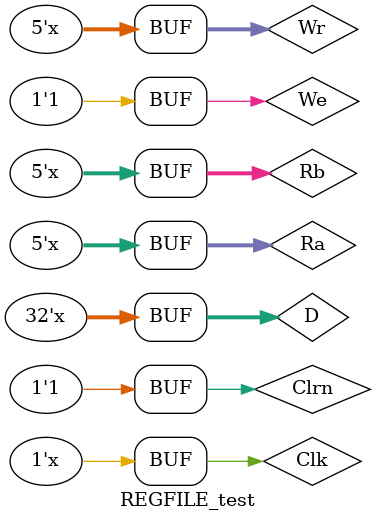
<source format=v>
`timescale 1ns / 1ps


module REGFILE_test;
    reg [4:0]Ra,Rb,Wr;
    reg [31:0]D;
    reg We,Clk,Clrn;
    wire [31:0]Qa,Qb;
    REGFILE u(Ra,Rb,D,Wr,We,Clk,Clrn,Qa,Qb);
    initial begin
           Ra=1;
           Rb=1;
           Wr=1;
           D=0;
           We=1;
           Clk=0;
           Clrn=1;
        end
        always #50 Ra=Ra+1;
        always #50 Rb=Rb+1;
        always #50 Wr=Wr+1;
        always #0.02 D=D+1;
        always #0.19 Clk=Clk+1;
endmodule

</source>
